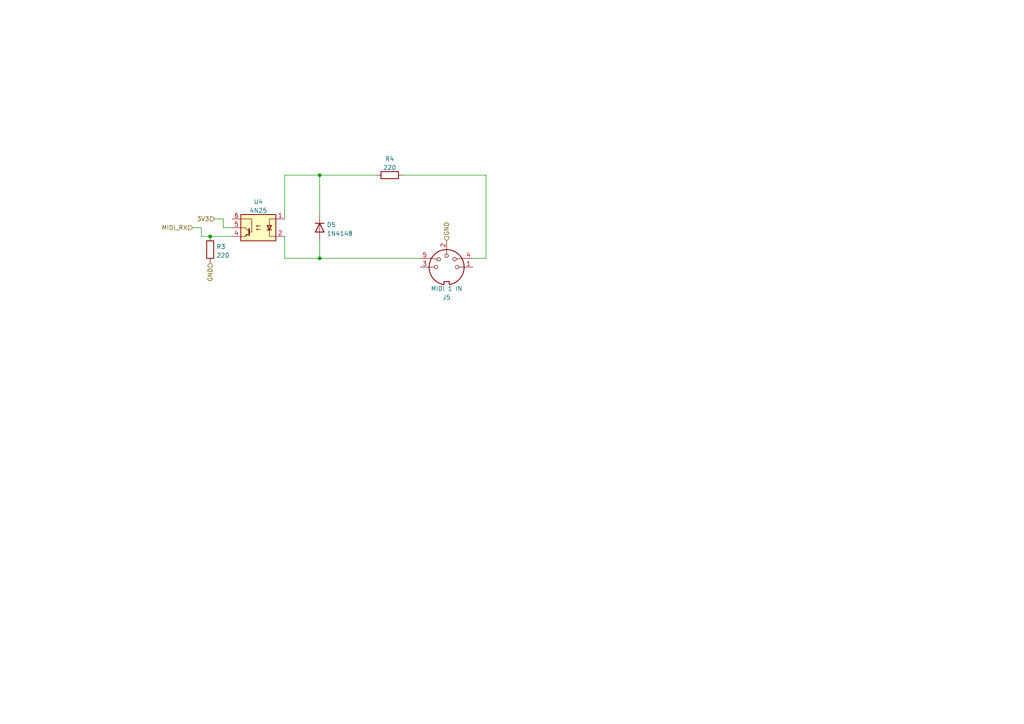
<source format=kicad_sch>
(kicad_sch (version 20230121) (generator eeschema)
  (paper "A4")
  (lib_symbols
    (symbol "Connector:DIN-5_180degree" (pin_names (offset 1.016))
      (property "Reference" "J" (at 3.175 5.715 0))
      (property "Value" "DIN-5_180degree" (at 0 -6.35 0))
      (symbol "DIN-5_180degree_0_1"
        (arc (start -5.08 0) (mid -3.8609 -3.3364) (end -0.762 -5.08) (stroke (width 0.254)))
        (circle (center -3.048 0) (radius 0.508))
        (circle (center -2.286 2.286) (radius 0.508))
        (polyline (pts (xy -5.08 0) (xy -3.556 0)))
        (polyline (pts (xy 0 5.08) (xy 0 3.81)))
        (polyline (pts (xy 5.08 0) (xy 3.556 0)))
        (polyline (pts (xy -5.08 2.54) (xy -4.318 2.54) (xy -2.794 2.286)))
        (polyline (pts (xy 5.08 2.54) (xy 4.318 2.54) (xy 2.794 2.286)))
        (polyline (pts (xy -0.762 -4.953) (xy -0.762 -4.191) (xy 0.762 -4.191) (xy 0.762 -4.953)) (stroke (width 0.254)))
        (circle (center 0 3.302) (radius 0.508))
        (arc (start 0.762 -5.08) (mid 3.8685 -3.343) (end 5.08 0) (stroke (width 0.254)))
        (circle (center 2.286 2.286) (radius 0.508))
        (circle (center 3.048 0) (radius 0.508))
        (arc (start 5.08 0) (mid 0 5.0579) (end -5.08 0) (stroke (width 0.254)))
      )
      (symbol "DIN-5_180degree_1_1"
        (pin passive line (at -7.62 0 0) (length 2.54) (name "~") (number "1"))
        (pin passive line (at 0 7.62 270) (length 2.54) (name "~") (number "2"))
        (pin passive line (at 7.62 0 180) (length 2.54) (name "~") (number "3"))
        (pin passive line (at -7.62 2.54 0) (length 2.54) (name "~") (number "4"))
        (pin passive line (at 7.62 2.54 180) (length 2.54) (name "~") (number "5"))
      )
    )
    (symbol "Device:D" (pin_numbers hide) (pin_names (offset 1.016) hide)
      (property "Reference" "D" (at 0 2.54 0))
      (property "Value" "D" (at 0 -2.54 0))
      (symbol "D_0_1"
        (polyline (pts (xy -1.27 1.27) (xy -1.27 -1.27)) (stroke (width 0.254)))
        (polyline (pts (xy 1.27 0) (xy -1.27 0)))
        (polyline (pts (xy 1.27 1.27) (xy 1.27 -1.27) (xy -1.27 0) (xy 1.27 1.27)) (stroke (width 0.254)))
      )
      (symbol "D_1_1"
        (pin passive line (at -3.81 0 0) (length 2.54) (name "K") (number "1"))
        (pin passive line (at 3.81 0 180) (length 2.54) (name "A") (number "2"))
      )
    )
    (symbol "Device:R" (pin_numbers hide) (pin_names (offset 0))
      (property "Reference" "R" (at 2.032 0 90))
      (property "Value" "R" (at 0 0 90))
      (symbol "R_0_1"
        (rectangle (start -1.016 -2.54) (end 1.016 2.54) (stroke (width 0.254)))
      )
      (symbol "R_1_1"
        (pin passive line (at 0 3.81 270) (length 1.27) (name "~") (number "1"))
        (pin passive line (at 0 -3.81 90) (length 1.27) (name "~") (number "2"))
      )
    )
    (symbol "Isolator:4N25" (pin_names (offset 1.016))
      (property "Reference" "U" (at -5.08 5.08 0))
      (property "Value" "4N25" (at 0 5.08 0))
      (symbol "4N25_0_1"
        (rectangle (start -5.08 3.81) (end 5.08 -3.81) (stroke (width 0.254)) (fill (type background)))
        (polyline (pts (xy -3.81 -0.635) (xy -2.54 -0.635)) (stroke (width 0.254)))
        (polyline (pts (xy 2.667 -1.397) (xy 3.81 -2.54)))
        (polyline (pts (xy 2.667 -1.143) (xy 3.81 0)))
        (polyline (pts (xy 3.81 -2.54) (xy 5.08 -2.54)))
        (polyline (pts (xy 3.81 0) (xy 5.08 0)))
        (polyline (pts (xy 2.667 -0.254) (xy 2.667 -2.286) (xy 2.667 -2.286)) (stroke (width 0.3556)))
        (polyline (pts (xy -5.08 -2.54) (xy -3.175 -2.54) (xy -3.175 2.54) (xy -5.08 2.54)))
        (polyline (pts (xy -3.175 -0.635) (xy -3.81 0.635) (xy -2.54 0.635) (xy -3.175 -0.635)) (stroke (width 0.254)))
        (polyline (pts (xy 3.683 -2.413) (xy 3.429 -1.905) (xy 3.175 -2.159) (xy 3.683 -2.413)))
        (polyline (pts (xy 5.08 2.54) (xy 1.905 2.54) (xy 1.905 -1.27) (xy 2.54 -1.27)))
        (polyline (pts (xy -0.635 -0.508) (xy 0.635 -0.508) (xy 0.254 -0.635) (xy 0.254 -0.381) (xy 0.635 -0.508)))
        (polyline (pts (xy -0.635 0.508) (xy 0.635 0.508) (xy 0.254 0.381) (xy 0.254 0.635) (xy 0.635 0.508)))
      )
      (symbol "4N25_1_1"
        (pin passive line (at -7.62 2.54 0) (length 2.54) (name "~") (number "1"))
        (pin passive line (at -7.62 -2.54 0) (length 2.54) (name "~") (number "2"))
        (pin no_connect line (at -5.08 0 0) (length 2.54) hide (name "NC") (number "3"))
        (pin passive line (at 7.62 -2.54 180) (length 2.54) (name "~") (number "4"))
        (pin passive line (at 7.62 0 180) (length 2.54) (name "~") (number "5"))
        (pin passive line (at 7.62 2.54 180) (length 2.54) (name "~") (number "6"))
      )
    )
  )
  (junction (at 92.71 74.93))
  (junction (at 60.96 68.58))
  (junction (at 92.71 50.8))
  (wire (pts (xy 60.96 68.58) (xy 67.31 68.58)))
  (wire (pts (xy 121.92 74.93) (xy 92.71 74.93)))
  (wire (pts (xy 137.16 74.93) (xy 140.97 74.93)))
  (wire (pts (xy 64.77 63.5) (xy 64.77 66.04)))
  (wire (pts (xy 55.88 66.04) (xy 58.42 66.04)))
  (wire (pts (xy 58.42 68.58) (xy 60.96 68.58)))
  (wire (pts (xy 140.97 50.8) (xy 116.84 50.8)))
  (wire (pts (xy 140.97 74.93) (xy 140.97 50.8)))
  (wire (pts (xy 82.55 50.8) (xy 82.55 63.5)))
  (wire (pts (xy 109.22 50.8) (xy 92.71 50.8)))
  (wire (pts (xy 92.71 74.93) (xy 82.55 74.93)))
  (wire (pts (xy 92.71 50.8) (xy 92.71 62.23)))
  (wire (pts (xy 92.71 69.85) (xy 92.71 74.93)))
  (wire (pts (xy 82.55 74.93) (xy 82.55 68.58)))
  (wire (pts (xy 58.42 66.04) (xy 58.42 68.58)))
  (wire (pts (xy 92.71 50.8) (xy 82.55 50.8)))
  (wire (pts (xy 62.23 63.5) (xy 64.77 63.5)))
  (wire (pts (xy 64.77 66.04) (xy 67.31 66.04)))
  (hierarchical_label "GND" (shape input) (at 60.96 76.2 270))
  (hierarchical_label "3V3" (shape input) (at 62.23 63.5 180))
  (hierarchical_label "MIDI_RX" (shape input) (at 55.88 66.04 180))
  (hierarchical_label "GND" (shape input) (at 129.54 69.85 90))
  (symbol (lib_id "Device:D") (at 92.71 66.04 270) (unit 1)
    (property "Reference" "D5" (at 94.742 65.2053 90) (effects (justify left)))
    (property "Value" "1N4148" (at 94.742 67.7422 90) (effects (justify left)))
    (property "Footprint" "Diode_SMD:D_SOD-123" (effects hide))
  )
  (symbol (lib_id "Device:R") (at 60.96 72.39 180) (unit 1)
    (property "Reference" "R3" (at 62.738 71.5553 0) (effects (justify right)))
    (property "Value" "220" (at 62.738 74.0922 0) (effects (justify right)))
    (property "Footprint" "Resistor_SMD:R_1206_3216Metric" (effects hide))
  )
  (symbol (lib_id "Isolator:4N25") (at 74.93 66.04 0) (mirror y) (unit 1)
    (property "Reference" "U4" (at 74.93 58.5302 0))
    (property "Value" "4N25" (at 74.93 61.0671 0))
    (property "Footprint" "Package_DIP:DIP-6_W7.62mm" (effects hide))
    (property "Datasheet" "https://www.vishay.com/docs/83725/4n25.pdf" (effects hide))
  )
  (symbol (lib_id "Device:R") (at 113.03 50.8 90) (unit 1)
    (property "Reference" "R4" (at 113.03 46.0842 90))
    (property "Value" "220" (at 113.03 48.6211 90))
    (property "Footprint" "Resistor_SMD:R_1206_3216Metric" (effects hide))
  )
  (symbol (lib_id "Connector:DIN-5_180degree") (at 129.54 77.47 0) (mirror y) (unit 1)
    (property "Reference" "J5" (at 129.5399 86.2498 0))
    (property "Value" "MIDI 1 IN" (at 129.5399 83.7129 0))
    (property "Footprint" "ordentliche-teile:scheißmidi" (effects hide))
    (property "Datasheet" "http://www.mouser.com/ds/2/18/40_c091_abd_e-75918.pdf" (effects hide))
  )
)
</source>
